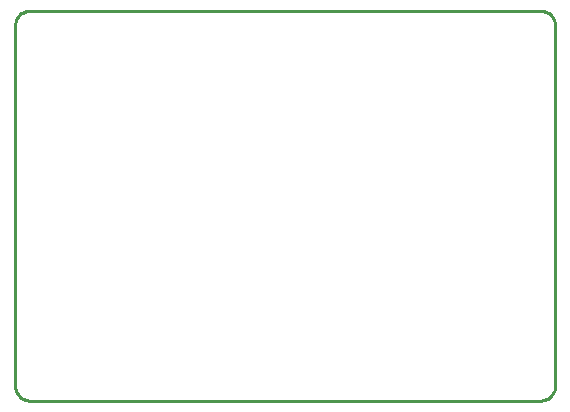
<source format=gbr>
G04 EAGLE Gerber RS-274X export*
G75*
%MOMM*%
%FSLAX34Y34*%
%LPD*%
%IN*%
%IPPOS*%
%AMOC8*
5,1,8,0,0,1.08239X$1,22.5*%
G01*
%ADD10C,0.254000*%


D10*
X0Y12700D02*
X48Y11593D01*
X193Y10495D01*
X433Y9413D01*
X766Y8356D01*
X1190Y7333D01*
X1701Y6350D01*
X2297Y5416D01*
X2971Y4537D01*
X3720Y3720D01*
X4537Y2971D01*
X5416Y2297D01*
X6350Y1701D01*
X7333Y1190D01*
X8356Y766D01*
X9413Y433D01*
X10495Y193D01*
X11593Y48D01*
X12700Y0D01*
X444500Y0D01*
X445607Y48D01*
X446705Y193D01*
X447787Y433D01*
X448844Y766D01*
X449867Y1190D01*
X450850Y1701D01*
X451784Y2297D01*
X452663Y2971D01*
X453480Y3720D01*
X454229Y4537D01*
X454903Y5416D01*
X455499Y6350D01*
X456010Y7333D01*
X456434Y8356D01*
X456767Y9413D01*
X457007Y10495D01*
X457152Y11593D01*
X457200Y12700D01*
X457200Y317500D01*
X457152Y318607D01*
X457007Y319705D01*
X456767Y320787D01*
X456434Y321844D01*
X456010Y322867D01*
X455499Y323850D01*
X454903Y324784D01*
X454229Y325663D01*
X453480Y326480D01*
X452663Y327229D01*
X451784Y327903D01*
X450850Y328499D01*
X449867Y329010D01*
X448844Y329434D01*
X447787Y329767D01*
X446705Y330007D01*
X445607Y330152D01*
X444500Y330200D01*
X12700Y330200D01*
X11593Y330152D01*
X10495Y330007D01*
X9413Y329767D01*
X8356Y329434D01*
X7333Y329010D01*
X6350Y328499D01*
X5416Y327903D01*
X4537Y327229D01*
X3720Y326480D01*
X2971Y325663D01*
X2297Y324784D01*
X1701Y323850D01*
X1190Y322867D01*
X766Y321844D01*
X433Y320787D01*
X193Y319705D01*
X48Y318607D01*
X0Y317500D01*
X0Y12700D01*
M02*

</source>
